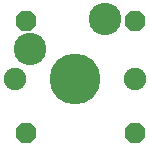
<source format=gbs>
G04 EAGLE Gerber RS-274X export*
G75*
%MOMM*%
%FSLAX34Y34*%
%LPD*%
%INBottom Solder Mask*%
%IPPOS*%
%AMOC8*
5,1,8,0,0,1.08239X$1,22.5*%
G01*
%ADD10P,1.869504X8X22.500000*%
%ADD11C,1.903200*%
%ADD12C,2.743200*%
%ADD13C,4.303200*%


D10*
X37600Y126500D03*
X129800Y126500D03*
X38000Y31500D03*
X129600Y31300D03*
D11*
X28200Y77000D03*
X129800Y77000D03*
D12*
X40900Y102400D03*
X104400Y127800D03*
D13*
X79000Y77000D03*
M02*

</source>
